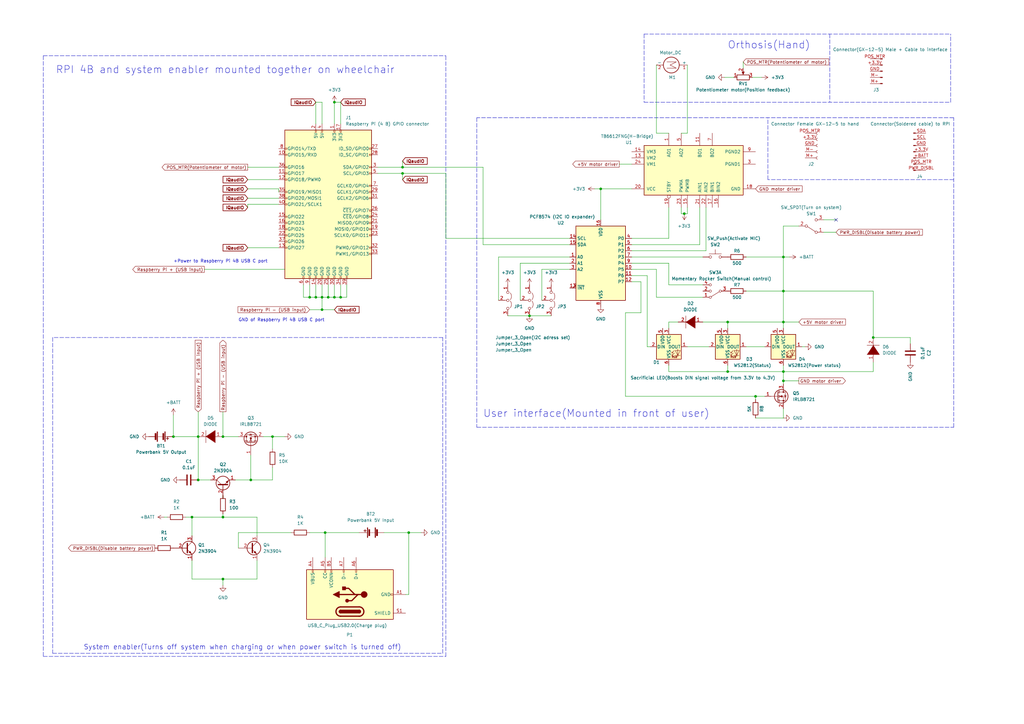
<source format=kicad_sch>
(kicad_sch (version 20211123) (generator eeschema)
  (paper "A3")
  (lib_symbols
    (symbol "Connector:Conn_01x05_Female" (pin_names (offset 1.016) hide)
      (property "Reference" "J?" (at 1.27 1.2701 0))
      (property "Value" "Conn_01x05_Female" (at 1.27 -1.2699 0))
      (symbol "Conn_01x05_Female_1_1"
        (pin passive line (at -5.08 2.54 0) (length 3.81) (name "Pin_2") (number "+3.3V"))
        (pin passive line (at -5.08 0 0) (length 3.81) (name "Pin_3") (number "GND"))
        (pin passive line (at -5.08 -5.08 0) (length 3.81) (name "Pin_5") (number "M+"))
        (pin passive line (at -5.08 -2.54 0) (length 3.81) (name "Pin_4") (number "M-"))
        (pin passive line (at -5.08 5.08 0) (length 3.81) (name "Pin_1") (number "POS_MTR"))
      )
    )
    (symbol "Connector:Conn_01x05_Male" (pin_names (offset 1.016) hide)
      (property "Reference" "J?" (at -5.08 11.43 0))
      (property "Value" "Connector Male GX-12-5" (at -13.97 8.89 0))
      (symbol "Conn_01x05_Male_1_1"
        (pin passive line (at 5.08 -2.54 180) (length 3.81) (name "Pin_4") (number "+3.3V"))
        (pin passive line (at 5.08 0 180) (length 3.81) (name "Pin_3") (number "GND"))
        (pin passive line (at 5.08 5.08 180) (length 3.81) (name "Pin_1") (number "M+"))
        (pin passive line (at 5.08 2.54 180) (length 3.81) (name "Pin_2") (number "M-"))
        (pin passive line (at 5.08 -5.08 180) (length 3.81) (name "5") (number "POS_MTR"))
      )
    )
    (symbol "Connector:Conn_01x07_Male" (pin_names (offset 1.016) hide)
      (property "Reference" "J4" (at 2.54 -10.16 0))
      (property "Value" "Connector(Soldered cable) to RPI" (at 0.635 10.16 0))
      (symbol "Conn_01x07_Male_1_1"
        (pin passive line (at 5.08 0 180) (length 3.81) (name "Pin_4") (number "+3.3V"))
        (pin passive line (at 5.08 -2.54 180) (length 3.81) (name "Pin_5") (number "+BATT"))
        (pin passive line (at 5.08 2.54 180) (length 3.81) (name "Pin_3") (number "GND"))
        (pin passive line (at 5.08 -5.08 180) (length 3.81) (name "Pin_6") (number "POS_MTR"))
        (pin passive line (at 5.08 -7.62 180) (length 3.81) (name "Pin_7") (number "PWR_DISBL"))
        (pin passive line (at 5.08 5.08 180) (length 3.81) (name "Pin_2") (number "SCL"))
        (pin passive line (at 5.08 7.62 180) (length 3.81) (name "Pin_1") (number "SDA"))
      )
    )
    (symbol "Connector:Raspberry_Pi_2_3" (pin_names (offset 1.016))
      (property "Reference" "J" (at -17.78 31.75 0))
      (property "Value" "Raspberry_Pi_2_3" (at 10.16 -31.75 0))
      (symbol "Raspberry_Pi_2_3_1_1"
        (pin power_in line (at 2.54 33.02 270) (length 2.54) (name "3V3") (number "1"))
        (pin bidirectional line (at -20.32 20.32 0) (length 2.54) (name "GPIO15/RXD") (number "10"))
        (pin bidirectional line (at -20.32 12.7 0) (length 2.54) (name "GPIO17") (number "11"))
        (pin bidirectional line (at -20.32 10.16 0) (length 2.54) (name "GPIO18/PWM0") (number "12"))
        (pin bidirectional line (at -20.32 -17.78 0) (length 2.54) (name "GPIO27") (number "13"))
        (pin power_in line (at -5.08 -33.02 90) (length 2.54) (name "GND") (number "14"))
        (pin bidirectional line (at -20.32 -5.08 0) (length 2.54) (name "GPIO22") (number "15"))
        (pin bidirectional line (at -20.32 -7.62 0) (length 2.54) (name "GPIO23") (number "16"))
        (pin power_in line (at 5.08 33.02 270) (length 2.54) (name "3V3") (number "17"))
        (pin bidirectional line (at -20.32 -10.16 0) (length 2.54) (name "GPIO24") (number "18"))
        (pin bidirectional line (at 20.32 -10.16 180) (length 2.54) (name "MOSI0/GPIO10") (number "19"))
        (pin power_in line (at -5.08 33.02 270) (length 2.54) (name "5V") (number "2"))
        (pin power_in line (at -2.54 -33.02 90) (length 2.54) (name "GND") (number "20"))
        (pin bidirectional line (at 20.32 -7.62 180) (length 2.54) (name "MISO0/GPIO9") (number "21"))
        (pin bidirectional line (at -20.32 -12.7 0) (length 2.54) (name "GPIO25") (number "22"))
        (pin bidirectional line (at 20.32 -12.7 180) (length 2.54) (name "SCLK0/GPIO11") (number "23"))
        (pin bidirectional line (at 20.32 -5.08 180) (length 2.54) (name "~{CE0}/GPIO8") (number "24"))
        (pin power_in line (at 0 -33.02 90) (length 2.54) (name "GND") (number "25"))
        (pin bidirectional line (at 20.32 -2.54 180) (length 2.54) (name "~{CE1}/GPIO7") (number "26"))
        (pin bidirectional line (at 20.32 22.86 180) (length 2.54) (name "ID_SD/GPIO0") (number "27"))
        (pin bidirectional line (at 20.32 20.32 180) (length 2.54) (name "ID_SC/GPIO1") (number "28"))
        (pin bidirectional line (at 20.32 5.08 180) (length 2.54) (name "GCLK1/GPIO5") (number "29"))
        (pin bidirectional line (at 20.32 15.24 180) (length 2.54) (name "SDA/GPIO2") (number "3"))
        (pin power_in line (at 2.54 -33.02 90) (length 2.54) (name "GND") (number "30"))
        (pin bidirectional line (at 20.32 2.54 180) (length 2.54) (name "GCLK2/GPIO6") (number "31"))
        (pin bidirectional line (at 20.32 -17.78 180) (length 2.54) (name "PWM0/GPIO12") (number "32"))
        (pin bidirectional line (at 20.32 -20.32 180) (length 2.54) (name "PWM1/GPIO13") (number "33"))
        (pin power_in line (at 5.08 -33.02 90) (length 2.54) (name "GND") (number "34"))
        (pin bidirectional line (at -20.32 5.08 0) (length 2.54) (name "GPIO19/MISO1") (number "35"))
        (pin bidirectional line (at -20.32 15.24 0) (length 2.54) (name "GPIO16") (number "36"))
        (pin bidirectional line (at -20.32 -15.24 0) (length 2.54) (name "GPIO26") (number "37"))
        (pin bidirectional line (at -20.32 2.54 0) (length 2.54) (name "GPIO20/MOSI1") (number "38"))
        (pin power_in line (at 7.62 -33.02 90) (length 2.54) (name "GND") (number "39"))
        (pin power_in line (at -2.54 33.02 270) (length 2.54) (name "5V") (number "4"))
        (pin bidirectional line (at -20.32 0 0) (length 2.54) (name "GPIO21/SCLK1") (number "40"))
        (pin bidirectional line (at 20.32 12.7 180) (length 2.54) (name "SCL/GPIO3") (number "5"))
        (pin power_in line (at -10.16 -33.02 90) (length 2.54) (name "GND") (number "6"))
        (pin bidirectional line (at 20.32 7.62 180) (length 2.54) (name "GCLK0/GPIO4") (number "7"))
        (pin bidirectional line (at -20.32 22.86 0) (length 2.54) (name "GPIO14/TXD") (number "8"))
        (pin power_in line (at -7.62 -33.02 90) (length 2.54) (name "GND") (number "9"))
      )
    )
    (symbol "Connector:USB_C_Plug_USB2.0" (pin_names (offset 1.016))
      (property "Reference" "P" (at -10.16 19.05 0))
      (property "Value" "USB_C_Plug_USB2.0" (at 12.7 19.05 0))
      (symbol "USB_C_Plug_USB2.0_1_1"
        (pin passive line (at 0 -22.86 90) (length 5.08) (name "GND") (number "A1"))
        (pin passive line (at 0 -22.86 90) (length 5.08) hide (name "GND") (number "A12"))
        (pin passive line (at 15.24 15.24 180) (length 5.08) (name "VBUS") (number "A4"))
        (pin bidirectional line (at 15.24 10.16 180) (length 5.08) (name "CC") (number "A5"))
        (pin bidirectional line (at 15.24 -2.54 180) (length 5.08) (name "D+") (number "A6"))
        (pin bidirectional line (at 15.24 2.54 180) (length 5.08) (name "D-") (number "A7"))
        (pin passive line (at 15.24 15.24 180) (length 5.08) hide (name "VBUS") (number "A9"))
        (pin passive line (at 0 -22.86 90) (length 5.08) hide (name "GND") (number "B1"))
        (pin passive line (at 0 -22.86 90) (length 5.08) hide (name "GND") (number "B12"))
        (pin passive line (at 15.24 15.24 180) (length 5.08) hide (name "VBUS") (number "B4"))
        (pin bidirectional line (at 15.24 7.62 180) (length 5.08) (name "VCONN") (number "B5"))
        (pin passive line (at 15.24 15.24 180) (length 5.08) hide (name "VBUS") (number "B9"))
        (pin passive line (at -7.62 -22.86 90) (length 5.08) (name "SHIELD") (number "S1"))
      )
    )
    (symbol "Device:Battery" (pin_numbers hide) (pin_names (offset 0) hide)
      (property "Reference" "BT" (at 2.54 2.54 0))
      (property "Value" "Battery" (at 2.54 0 0))
      (symbol "Battery_1_1"
        (pin passive line (at 0 5.08 270) (length 2.54) (name "+") (number "1"))
        (pin passive line (at 0 -5.08 90) (length 2.54) (name "-") (number "2"))
      )
    )
    (symbol "Device:C" (pin_numbers hide) (pin_names (offset 0.254))
      (property "Reference" "C" (at 0.635 2.54 0))
      (property "Value" "C" (at 0.635 -2.54 0))
      (symbol "C_1_1"
        (pin passive line (at 0 3.81 270) (length 2.794) (name "~") (number "1"))
        (pin passive line (at 0 -3.81 90) (length 2.794) (name "~") (number "2"))
      )
    )
    (symbol "Device:R" (pin_numbers hide) (pin_names (offset 0))
      (property "Reference" "R" (at 2.032 0 90))
      (property "Value" "R" (at 0 0 90))
      (symbol "R_1_1"
        (pin passive line (at 0 3.81 270) (length 1.27) (name "~") (number "1"))
        (pin passive line (at 0 -3.81 90) (length 1.27) (name "~") (number "2"))
      )
    )
    (symbol "Device:R_Potentiometer" (pin_names (offset 1.016) hide)
      (property "Reference" "RV" (at -4.445 0 90))
      (property "Value" "R_Potentiometer" (at -2.54 0 90))
      (symbol "R_Potentiometer_1_1"
        (pin passive line (at 0 3.81 270) (length 1.27) (name "1") (number "1"))
        (pin passive line (at 3.81 0 180) (length 1.27) (name "2") (number "2"))
        (pin passive line (at 0 -3.81 90) (length 1.27) (name "3") (number "3"))
      )
    )
    (symbol "Driver_Motor:TB6612FNG" (pin_names (offset 1.016))
      (property "Reference" "U" (at 11.43 17.78 0))
      (property "Value" "TB6612FNG" (at 11.43 15.24 0))
      (symbol "TB6612FNG_1_1"
        (pin output line (at 15.24 10.16 180) (length 5.08) (name "AO1") (number "1"))
        (pin passive line (at 7.62 -25.4 90) (length 5.08) hide (name "PGND2") (number "10"))
        (pin output line (at 15.24 -2.54 180) (length 5.08) (name "BO1") (number "11"))
        (pin passive line (at 15.24 -2.54 180) (length 5.08) hide (name "BO1") (number "12"))
        (pin power_in line (at 5.08 25.4 270) (length 5.08) (name "VM2") (number "13"))
        (pin power_in line (at 7.62 25.4 270) (length 5.08) (name "VM3") (number "14"))
        (pin input line (at -15.24 2.54 0) (length 5.08) (name "PWMB") (number "15"))
        (pin input line (at -15.24 -10.16 0) (length 5.08) (name "BIN2") (number "16"))
        (pin input line (at -15.24 -7.62 0) (length 5.08) (name "BIN1") (number "17"))
        (pin power_in line (at -7.62 -25.4 90) (length 5.08) (name "GND") (number "18"))
        (pin input inverted (at -15.24 10.16 0) (length 5.08) (name "STBY") (number "19"))
        (pin passive line (at 15.24 10.16 180) (length 5.08) hide (name "AO1") (number "2"))
        (pin power_in line (at -7.62 25.4 270) (length 5.08) (name "VCC") (number "20"))
        (pin input line (at -15.24 -2.54 0) (length 5.08) (name "AIN1") (number "21"))
        (pin input line (at -15.24 -5.08 0) (length 5.08) (name "AIN2") (number "22"))
        (pin input line (at -15.24 5.08 0) (length 5.08) (name "PWMA") (number "23"))
        (pin power_in line (at 2.54 25.4 270) (length 5.08) (name "VM1") (number "24"))
        (pin power_in line (at 2.54 -25.4 90) (length 5.08) (name "PGND1") (number "3"))
        (pin passive line (at 2.54 -25.4 90) (length 5.08) hide (name "PGND1") (number "4"))
        (pin output line (at 15.24 5.08 180) (length 5.08) (name "AO2") (number "5"))
        (pin passive line (at 15.24 5.08 180) (length 5.08) hide (name "AO2") (number "6"))
        (pin output line (at 15.24 -7.62 180) (length 5.08) (name "BO2") (number "7"))
        (pin passive line (at 15.24 -7.62 180) (length 5.08) hide (name "BO2") (number "8"))
        (pin power_in line (at 7.62 -25.4 90) (length 5.08) (name "PGND2") (number "9"))
      )
    )
    (symbol "Interface_Expansion:PCF8574"
      (property "Reference" "U" (at -8.89 16.51 0))
      (property "Value" "PCF8574" (at 2.54 16.51 0))
      (symbol "PCF8574_1_1"
        (pin input line (at -12.7 2.54 0) (length 2.54) (name "A0") (number "1"))
        (pin bidirectional line (at 12.7 -2.54 180) (length 2.54) (name "P5") (number "10"))
        (pin bidirectional line (at 12.7 -5.08 180) (length 2.54) (name "P6") (number "11"))
        (pin bidirectional line (at 12.7 -7.62 180) (length 2.54) (name "P7") (number "12"))
        (pin open_collector output_low (at -12.7 -10.16 0) (length 2.54) (name "~{INT}") (number "13"))
        (pin input line (at -12.7 10.16 0) (length 2.54) (name "SCL") (number "14"))
        (pin bidirectional line (at -12.7 7.62 0) (length 2.54) (name "SDA") (number "15"))
        (pin power_in line (at 0 17.78 270) (length 2.54) (name "VDD") (number "16"))
        (pin input line (at -12.7 0 0) (length 2.54) (name "A1") (number "2"))
        (pin input line (at -12.7 -2.54 0) (length 2.54) (name "A2") (number "3"))
        (pin bidirectional line (at 12.7 10.16 180) (length 2.54) (name "P0") (number "4"))
        (pin bidirectional line (at 12.7 7.62 180) (length 2.54) (name "P1") (number "5"))
        (pin bidirectional line (at 12.7 5.08 180) (length 2.54) (name "P2") (number "6"))
        (pin bidirectional line (at 12.7 2.54 180) (length 2.54) (name "P3") (number "7"))
        (pin power_in line (at 0 -17.78 90) (length 2.54) (name "VSS") (number "8"))
        (pin bidirectional line (at 12.7 0 180) (length 2.54) (name "P4") (number "9"))
      )
    )
    (symbol "Jumper:Jumper_3_Open" (pin_names (offset 0) hide)
      (property "Reference" "JP" (at -2.54 -2.54 0))
      (property "Value" "Jumper_3_Open" (at 0 2.794 0))
      (symbol "Jumper_3_Open_1_1"
        (pin passive line (at -6.35 0 0) (length 2.54) (name "A") (number "1"))
        (pin input line (at 0 -3.81 90) (length 2.54) (name "C") (number "2"))
        (pin passive line (at 6.35 0 180) (length 2.54) (name "B") (number "3"))
      )
    )
    (symbol "LED:WS2812" (pin_names (offset 0.254))
      (property "Reference" "D" (at 5.08 5.715 0))
      (property "Value" "WS2812" (at 1.27 -5.715 0))
      (symbol "WS2812_0_0"
        (text "RGB" (at 2.286 -4.191 0) (effects (font (size 0.762 0.762))))
      )
      (symbol "WS2812_1_1"
        (pin output line (at 7.62 0 180) (length 2.54) (name "DOUT") (number "1"))
        (pin input line (at -7.62 0 0) (length 2.54) (name "DIN") (number "2"))
        (pin power_in line (at 0 7.62 270) (length 2.54) (name "VCC") (number "3"))
        (pin no_connect line (at 5.08 2.54 180) (length 2.54) hide (name "NC") (number "4"))
        (pin power_in line (at -2.54 7.62 270) (length 2.54) (name "VDD") (number "5"))
        (pin power_in line (at 0 -7.62 90) (length 2.54) (name "VSS") (number "6"))
      )
    )
    (symbol "Motor:Motor_DC" (pin_names (offset 0))
      (property "Reference" "M" (at 2.54 2.54 0))
      (property "Value" "Motor_DC" (at 2.54 -5.08 0))
      (symbol "Motor_DC_1_1"
        (pin passive line (at 0 5.08 270) (length 2.54) (name "+") (number "1"))
        (pin passive line (at 0 -7.62 90) (length 2.54) (name "-") (number "2"))
      )
    )
    (symbol "Switch:SW_DP3T" (pin_names (offset 0) hide)
      (property "Reference" "SW" (at 0 5.08 0))
      (property "Value" "SW_DP3T" (at 0 -5.08 0))
      (symbol "SW_DP3T_1_1"
        (pin passive line (at 5.08 2.54 180) (length 2.54) (name "1") (number "1"))
        (pin passive line (at 5.08 0 180) (length 2.54) (name "2") (number "2"))
        (pin passive line (at -5.08 0 0) (length 2.54) (name "3") (number "3"))
        (pin passive line (at 5.08 -2.54 180) (length 2.54) (name "4") (number "4"))
      )
      (symbol "SW_DP3T_2_1"
        (pin passive line (at 5.08 2.54 180) (length 2.54) (name "5") (number "5"))
        (pin passive line (at 5.08 0 180) (length 2.54) (name "6") (number "6"))
        (pin passive line (at -5.08 0 0) (length 2.54) (name "7") (number "7"))
        (pin passive line (at 5.08 -2.54 180) (length 2.54) (name "8") (number "8"))
      )
    )
    (symbol "Switch:SW_Push" (pin_numbers hide) (pin_names (offset 1.016) hide)
      (property "Reference" "SW" (at 1.27 2.54 0))
      (property "Value" "SW_Push" (at 0 -1.524 0))
      (symbol "SW_Push_0_1"
        (pin passive line (at -5.08 0 0) (length 2.54) (name "1") (number "1"))
        (pin passive line (at 5.08 0 180) (length 2.54) (name "2") (number "2"))
      )
    )
    (symbol "Switch:SW_SPDT" (pin_names (offset 0) hide)
      (property "Reference" "SW" (at 0 4.318 0))
      (property "Value" "SW_SPDT" (at 0 -5.08 0))
      (symbol "SW_SPDT_1_1"
        (pin passive line (at 5.08 2.54 180) (length 2.54) (name "A") (number "1"))
        (pin passive line (at -5.08 0 0) (length 2.54) (name "B") (number "2"))
        (pin passive line (at 5.08 -2.54 180) (length 2.54) (name "C") (number "3"))
      )
    )
    (symbol "Transistor_BJT:2N2219" (pin_names (offset 0) hide)
      (property "Reference" "Q" (at 5.08 1.905 0))
      (property "Value" "2N2219" (at 5.08 0 0))
      (symbol "2N2219_1_1"
        (pin passive line (at 2.54 -5.08 90) (length 2.54) (name "E") (number "1"))
        (pin passive line (at -5.08 0 0) (length 5.715) (name "B") (number "2"))
        (pin passive line (at 2.54 5.08 270) (length 2.54) (name "C") (number "3"))
      )
    )
    (symbol "Transistor_FET:BSS123" (pin_names hide)
      (property "Reference" "Q" (at 5.08 1.905 0))
      (property "Value" "BSS123" (at 5.08 0 0))
      (symbol "BSS123_1_1"
        (pin input line (at -5.08 0 0) (length 2.54) (name "G") (number "1"))
        (pin passive line (at 2.54 -5.08 90) (length 2.54) (name "S") (number "2"))
        (pin passive line (at 2.54 5.08 270) (length 2.54) (name "D") (number "3"))
      )
    )
    (symbol "power:+3.3V" (power) (pin_names (offset 0))
      (property "Value" "+3.3V" (at 0 3.556 0))
      (symbol "+3.3V_1_1"
        (pin power_in line (at 0 0 90) (length 0) hide (name "+3V3") (number "1"))
      )
    )
    (symbol "power:+BATT" (power) (pin_names (offset 0))
      (property "Value" "+BATT" (at 0 3.556 0))
      (symbol "+BATT_1_1"
        (pin power_in line (at 0 0 90) (length 0) hide (name "+BATT") (number "1"))
      )
    )
    (symbol "power:GND" (power) (pin_names (offset 0))
      (property "Value" "GND" (at 0 -3.81 0))
      (symbol "GND_1_1"
        (pin power_in line (at 0 0 270) (length 0) hide (name "GND") (number "1"))
      )
    )
    (symbol "pspice:DIODE" (pin_names (offset 1.016) hide)
      (property "Reference" "D" (at 0 3.81 0))
      (property "Value" "DIODE" (at 0 -4.445 0))
      (symbol "DIODE_1_1"
        (pin input line (at -5.08 0 0) (length 3.81) (name "K") (number "1"))
        (pin input line (at 5.08 0 180) (length 3.81) (name "A") (number "2"))
      )
    )
  )
  (junction (at 309.88 162.56))
  (junction (at 321.31 132.08))
  (junction (at 165.1 71.12))
  (junction (at 167.64 218.44))
  (junction (at 133.35 218.44))
  (junction (at 139.7 121.92))
  (junction (at 321.31 119.38))
  (junction (at 137.16 41.91))
  (junction (at 217.17 129.54))
  (junction (at 358.14 138.43))
  (junction (at 102.87 196.85))
  (junction (at 91.44 237.49))
  (junction (at 137.16 121.92))
  (junction (at 91.44 212.09))
  (junction (at 127 121.92))
  (junction (at 321.31 156.21))
  (junction (at 78.74 212.09))
  (junction (at 91.44 179.07))
  (junction (at 81.28 179.07))
  (junction (at 111.76 179.07))
  (junction (at 132.08 127))
  (junction (at 298.45 132.08))
  (junction (at 81.28 196.85))
  (junction (at 321.31 152.4))
  (junction (at 298.45 152.4))
  (junction (at 71.12 179.07))
  (junction (at 321.31 105.41))
  (junction (at 132.08 121.92))
  (junction (at 165.1 68.58))
  (junction (at 134.62 121.92))
  (junction (at 246.38 77.47))
  (junction (at 129.54 121.92))
  (junction (at 280.67 87.63))
  (no_connect (at 342.9 90.17))
  (wire (pts (xy 259.08 107.95) (xy 274.32 107.95)))
  (wire (pts (xy 91.44 237.49) (xy 105.41 237.49)))
  (wire (pts (xy 167.64 243.84) (xy 166.37 243.84)))
  (wire (pts (xy 129.54 50.8) (xy 129.54 41.91)))
  (polyline (pts (xy 340.36 13.97) (xy 340.36 41.91)))
  (wire (pts (xy 327.66 92.71) (xy 321.31 92.71)))
  (wire (pts (xy 281.94 26.67) (xy 281.94 54.61)))
  (wire (pts (xy 78.74 237.49) (xy 91.44 237.49)))
  (wire (pts (xy 132.08 121.92) (xy 134.62 121.92)))
  (wire (pts (xy 81.28 179.07) (xy 81.28 196.85)))
  (wire (pts (xy 306.07 105.41) (xy 321.31 105.41)))
  (wire (pts (xy 243.84 77.47) (xy 246.38 77.47)))
  (wire (pts (xy 309.88 171.45) (xy 321.31 171.45)))
  (polyline (pts (xy 181.61 267.97) (xy 181.61 138.43)))
  (wire (pts (xy 132.08 127) (xy 127 127)))
  (wire (pts (xy 358.14 148.59) (xy 358.14 152.4)))
  (wire (pts (xy 274.32 97.79) (xy 259.08 97.79)))
  (wire (pts (xy 297.18 31.75) (xy 300.99 31.75)))
  (wire (pts (xy 281.94 54.61) (xy 279.4 54.61)))
  (wire (pts (xy 137.16 50.8) (xy 137.16 41.91)))
  (wire (pts (xy 288.29 132.08) (xy 298.45 132.08)))
  (polyline (pts (xy 181.61 138.43) (xy 21.59 138.43)))
  (wire (pts (xy 222.25 110.49) (xy 222.25 123.19)))
  (wire (pts (xy 154.94 71.12) (xy 165.1 71.12)))
  (wire (pts (xy 279.4 85.09) (xy 279.4 87.63)))
  (polyline (pts (xy 391.16 48.26) (xy 195.58 48.26)))
  (polyline (pts (xy 21.59 138.43) (xy 21.59 267.97)))
  (wire (pts (xy 265.43 142.24) (xy 266.7 142.24)))
  (wire (pts (xy 102.87 186.69) (xy 102.87 196.85)))
  (wire (pts (xy 132.08 121.92) (xy 132.08 127)))
  (wire (pts (xy 198.12 100.33) (xy 233.68 100.33)))
  (wire (pts (xy 246.38 90.17) (xy 246.38 77.47)))
  (wire (pts (xy 342.9 95.25) (xy 337.82 95.25)))
  (wire (pts (xy 81.28 168.91) (xy 81.28 179.07)))
  (polyline (pts (xy 21.59 267.97) (xy 181.61 267.97)))
  (wire (pts (xy 167.64 218.44) (xy 172.72 218.44)))
  (polyline (pts (xy 17.78 22.86) (xy 17.78 269.24)))
  (wire (pts (xy 154.94 68.58) (xy 165.1 68.58)))
  (wire (pts (xy 256.54 128.27) (xy 262.89 128.27)))
  (wire (pts (xy 254 67.31) (xy 259.08 67.31)))
  (polyline (pts (xy 314.96 73.66) (xy 314.96 48.26)))
  (wire (pts (xy 133.35 218.44) (xy 133.35 228.6)))
  (wire (pts (xy 358.14 152.4) (xy 321.31 152.4)))
  (wire (pts (xy 91.44 212.09) (xy 105.41 212.09)))
  (wire (pts (xy 208.28 129.54) (xy 217.17 129.54)))
  (wire (pts (xy 133.35 218.44) (xy 147.32 218.44)))
  (wire (pts (xy 279.4 87.63) (xy 280.67 87.63)))
  (wire (pts (xy 262.89 115.57) (xy 259.08 115.57)))
  (wire (pts (xy 91.44 203.2) (xy 91.44 204.47)))
  (wire (pts (xy 76.2 212.09) (xy 78.74 212.09)))
  (wire (pts (xy 274.32 152.4) (xy 298.45 152.4)))
  (wire (pts (xy 124.46 121.92) (xy 127 121.92)))
  (wire (pts (xy 96.52 196.85) (xy 102.87 196.85)))
  (wire (pts (xy 204.47 105.41) (xy 233.68 105.41)))
  (wire (pts (xy 101.6 81.28) (xy 114.3 81.28)))
  (polyline (pts (xy 389.89 41.91) (xy 389.89 13.97)))
  (polyline (pts (xy 195.58 175.26) (xy 391.16 175.26)))
  (wire (pts (xy 71.12 170.18) (xy 71.12 179.07)))
  (wire (pts (xy 129.54 41.91) (xy 132.08 41.91)))
  (wire (pts (xy 274.32 149.86) (xy 274.32 152.4)))
  (wire (pts (xy 304.8 25.4) (xy 304.8 27.94)))
  (wire (pts (xy 114.3 77.47) (xy 114.3 78.74)))
  (polyline (pts (xy 195.58 48.26) (xy 195.58 175.26)))
  (wire (pts (xy 330.2 142.24) (xy 328.93 142.24)))
  (wire (pts (xy 321.31 105.41) (xy 321.31 119.38)))
  (wire (pts (xy 114.3 83.82) (xy 101.6 83.82)))
  (wire (pts (xy 306.07 119.38) (xy 321.31 119.38)))
  (wire (pts (xy 259.08 105.41) (xy 288.29 105.41)))
  (wire (pts (xy 259.08 110.49) (xy 269.24 110.49)))
  (wire (pts (xy 298.45 149.86) (xy 298.45 152.4)))
  (wire (pts (xy 91.44 237.49) (xy 91.44 240.03)))
  (wire (pts (xy 321.31 132.08) (xy 327.66 132.08)))
  (wire (pts (xy 321.31 149.86) (xy 321.31 152.4)))
  (wire (pts (xy 102.87 196.85) (xy 111.76 196.85)))
  (wire (pts (xy 107.95 179.07) (xy 111.76 179.07)))
  (wire (pts (xy 139.7 116.84) (xy 139.7 121.92)))
  (wire (pts (xy 281.94 85.09) (xy 281.94 87.63)))
  (wire (pts (xy 246.38 77.47) (xy 259.08 77.47)))
  (wire (pts (xy 182.88 97.79) (xy 182.88 71.12)))
  (wire (pts (xy 213.36 107.95) (xy 213.36 123.19)))
  (wire (pts (xy 337.82 90.17) (xy 342.9 90.17)))
  (wire (pts (xy 358.14 119.38) (xy 321.31 119.38)))
  (wire (pts (xy 269.24 121.92) (xy 269.24 110.49)))
  (wire (pts (xy 323.85 105.41) (xy 321.31 105.41)))
  (wire (pts (xy 157.48 218.44) (xy 167.64 218.44)))
  (wire (pts (xy 182.88 71.12) (xy 165.1 71.12)))
  (polyline (pts (xy 264.16 13.97) (xy 389.89 13.97)))
  (wire (pts (xy 142.24 116.84) (xy 142.24 121.92)))
  (wire (pts (xy 358.14 138.43) (xy 373.38 138.43)))
  (wire (pts (xy 105.41 229.87) (xy 105.41 237.49)))
  (wire (pts (xy 358.14 119.38) (xy 358.14 138.43)))
  (wire (pts (xy 137.16 116.84) (xy 137.16 121.92)))
  (wire (pts (xy 233.68 107.95) (xy 213.36 107.95)))
  (wire (pts (xy 81.28 196.85) (xy 86.36 196.85)))
  (wire (pts (xy 111.76 191.77) (xy 111.76 196.85)))
  (wire (pts (xy 274.32 134.62) (xy 274.32 132.08)))
  (wire (pts (xy 287.02 100.33) (xy 259.08 100.33)))
  (wire (pts (xy 274.32 116.84) (xy 288.29 116.84)))
  (wire (pts (xy 298.45 152.4) (xy 321.31 152.4)))
  (wire (pts (xy 165.1 71.12) (xy 165.1 73.66)))
  (wire (pts (xy 373.38 138.43) (xy 373.38 140.97)))
  (wire (pts (xy 105.41 219.71) (xy 105.41 212.09)))
  (wire (pts (xy 204.47 123.19) (xy 204.47 105.41)))
  (wire (pts (xy 165.1 68.58) (xy 198.12 68.58)))
  (wire (pts (xy 287.02 85.09) (xy 287.02 100.33)))
  (wire (pts (xy 91.44 210.82) (xy 91.44 212.09)))
  (wire (pts (xy 83.82 110.49) (xy 116.84 110.49)))
  (wire (pts (xy 101.6 73.66) (xy 114.3 73.66)))
  (polyline (pts (xy 182.88 269.24) (xy 182.88 22.86)))
  (wire (pts (xy 289.56 85.09) (xy 289.56 102.87)))
  (wire (pts (xy 91.44 168.91) (xy 91.44 179.07)))
  (wire (pts (xy 233.68 97.79) (xy 182.88 97.79)))
  (wire (pts (xy 259.08 113.03) (xy 265.43 113.03)))
  (wire (pts (xy 78.74 229.87) (xy 78.74 237.49)))
  (wire (pts (xy 111.76 184.15) (xy 111.76 179.07)))
  (wire (pts (xy 306.07 142.24) (xy 313.69 142.24)))
  (wire (pts (xy 262.89 128.27) (xy 262.89 115.57)))
  (wire (pts (xy 129.54 121.92) (xy 132.08 121.92)))
  (wire (pts (xy 132.08 116.84) (xy 132.08 121.92)))
  (polyline (pts (xy 17.78 22.86) (xy 182.88 22.86)))
  (wire (pts (xy 101.6 83.82) (xy 101.6 85.09)))
  (wire (pts (xy 298.45 132.08) (xy 321.31 132.08)))
  (wire (pts (xy 321.31 171.45) (xy 321.31 167.64)))
  (wire (pts (xy 321.31 156.21) (xy 327.66 156.21)))
  (wire (pts (xy 198.12 68.58) (xy 198.12 100.33)))
  (wire (pts (xy 269.24 54.61) (xy 274.32 54.61)))
  (wire (pts (xy 134.62 121.92) (xy 137.16 121.92)))
  (wire (pts (xy 309.88 162.56) (xy 313.69 162.56)))
  (wire (pts (xy 167.64 218.44) (xy 167.64 243.84)))
  (wire (pts (xy 101.6 101.6) (xy 114.3 101.6)))
  (wire (pts (xy 78.74 212.09) (xy 78.74 219.71)))
  (wire (pts (xy 129.54 116.84) (xy 129.54 121.92)))
  (wire (pts (xy 321.31 132.08) (xy 321.31 134.62)))
  (wire (pts (xy 71.12 179.07) (xy 81.28 179.07)))
  (wire (pts (xy 222.25 110.49) (xy 233.68 110.49)))
  (wire (pts (xy 67.31 212.09) (xy 68.58 212.09)))
  (wire (pts (xy 281.94 87.63) (xy 280.67 87.63)))
  (wire (pts (xy 309.88 162.56) (xy 256.54 162.56)))
  (wire (pts (xy 321.31 119.38) (xy 321.31 132.08)))
  (wire (pts (xy 139.7 41.91) (xy 139.7 50.8)))
  (wire (pts (xy 298.45 132.08) (xy 298.45 134.62)))
  (polyline (pts (xy 264.16 13.97) (xy 264.16 41.91)))
  (wire (pts (xy 101.6 68.58) (xy 114.3 68.58)))
  (wire (pts (xy 137.16 121.92) (xy 139.7 121.92)))
  (polyline (pts (xy 264.16 41.91) (xy 389.89 41.91)))
  (wire (pts (xy 97.79 224.79) (xy 97.79 218.44)))
  (wire (pts (xy 274.32 107.95) (xy 274.32 116.84)))
  (wire (pts (xy 91.44 212.09) (xy 78.74 212.09)))
  (wire (pts (xy 217.17 129.54) (xy 226.06 129.54)))
  (wire (pts (xy 124.46 116.84) (xy 124.46 121.92)))
  (wire (pts (xy 127 218.44) (xy 133.35 218.44)))
  (wire (pts (xy 321.31 156.21) (xy 321.31 157.48)))
  (wire (pts (xy 91.44 179.07) (xy 97.79 179.07)))
  (wire (pts (xy 269.24 26.67) (xy 269.24 54.61)))
  (polyline (pts (xy 17.78 269.24) (xy 182.88 269.24)))
  (wire (pts (xy 274.32 85.09) (xy 274.32 97.79)))
  (wire (pts (xy 97.79 218.44) (xy 119.38 218.44)))
  (wire (pts (xy 134.62 116.84) (xy 134.62 121.92)))
  (wire (pts (xy 139.7 121.92) (xy 142.24 121.92)))
  (wire (pts (xy 288.29 121.92) (xy 269.24 121.92)))
  (wire (pts (xy 321.31 92.71) (xy 321.31 105.41)))
  (wire (pts (xy 289.56 102.87) (xy 259.08 102.87)))
  (wire (pts (xy 132.08 127) (xy 137.16 127)))
  (wire (pts (xy 165.1 68.58) (xy 165.1 66.04)))
  (wire (pts (xy 308.61 31.75) (xy 312.42 31.75)))
  (wire (pts (xy 101.6 77.47) (xy 114.3 77.47)))
  (wire (pts (xy 137.16 41.91) (xy 139.7 41.91)))
  (wire (pts (xy 111.76 179.07) (xy 116.84 179.07)))
  (wire (pts (xy 132.08 50.8) (xy 132.08 41.91)))
  (wire (pts (xy 127 116.84) (xy 127 121.92)))
  (wire (pts (xy 256.54 162.56) (xy 256.54 128.27)))
  (polyline (pts (xy 391.16 73.66) (xy 314.96 73.66)))
  (wire (pts (xy 321.31 152.4) (xy 321.31 156.21)))
  (polyline (pts (xy 391.16 175.26) (xy 391.16 48.26)))
  (wire (pts (xy 265.43 113.03) (xy 265.43 142.24)))
  (wire (pts (xy 274.32 132.08) (xy 278.13 132.08)))
  (wire (pts (xy 309.88 163.83) (xy 309.88 162.56)))
  (wire (pts (xy 281.94 142.24) (xy 290.83 142.24)))
  (wire (pts (xy 127 121.92) (xy 129.54 121.92)))
  (text "System enabler(Turns off system when charging or when power switch is turned off)" (at 34.29 266.7 0) (effects (font (size 2 2)) (justify left bottom)))
  (text "User interface(Mounted in front of user)" (at 198.12 171.45 0) (effects (font (size 3 3)) (justify left bottom)))
  (text "GND of Raspberry Pi 4B USB C port" (at 97.79 132.08 0) (effects (font (size 1.27 1.27)) (justify left bottom)))
  (text "Orthosis(Hand)" (at 298.45 20.32 0) (effects (font (size 3 3)) (justify left bottom)))
  (text "+Power to Raspberry Pi 4B USB C port" (at 71.12 107.95 0) (effects (font (size 1.27 1.27)) (justify left bottom)))
  (text "RPI 4B and system enabler mounted together on wheelchair\n" (at 22.86 30.48 0) (effects (font (size 3 3)) (justify left bottom)))
  (global_label "IQaudIO" (shape input) (at 101.6 101.6 180) (effects (font bold)) (property "Intersheet References" "${INTERSHEET_REFS}" (effects hide)))
  (global_label "IQaudIO" (shape input) (at 165.1 66.04 0) (effects (font bold)) (property "Intersheet References" "${INTERSHEET_REFS}" (effects hide)))
  (global_label "Raspberry Pi - (USB input)" (shape output) (at 91.44 168.91 90) (property "Intersheet References" "${INTERSHEET_REFS}" (effects hide)))
  (global_label "IQaudIO" (shape input) (at 101.6 77.47 180) (effects (font bold)) (property "Intersheet References" "${INTERSHEET_REFS}" (effects hide)))
  (global_label "IQaudIO" (shape input) (at 101.6 73.66 180) (effects (font bold)) (property "Intersheet References" "${INTERSHEET_REFS}" (effects hide)))
  (global_label "PWR_DISBL(Disable battery power)" (shape output) (at 63.5 224.79 180) (property "Intersheet References" "${INTERSHEET_REFS}" (effects hide)))
  (global_label "Raspberry Pi + (USB input)" (shape output) (at 83.82 110.49 180) (property "Intersheet References" "${INTERSHEET_REFS}" (effects hide)))
  (global_label "POS_MTR(Potentiometer of motor)" (shape output) (at 101.6 68.58 180) (property "Intersheet References" "${INTERSHEET_REFS}" (effects hide)))
  (global_label "Raspberry Pi - (USB input)" (shape input) (at 127 127 180) (property "Intersheet References" "${INTERSHEET_REFS}" (effects hide)))
  (global_label "GND motor driver" (shape output) (at 327.66 156.21 0) (property "Intersheet References" "${INTERSHEET_REFS}" (effects hide)))
  (global_label "IQaudIO" (shape input) (at 139.7 41.91 0) (effects (font (thickness 0.254) bold)) (property "Intersheet References" "${INTERSHEET_REFS}" (effects hide)))
  (global_label "PWR_DISBL(Disable battery power)" (shape input) (at 342.9 95.25 0) (property "Intersheet References" "${INTERSHEET_REFS}" (effects hide)))
  (global_label "+5V motor driver" (shape output) (at 254 67.31 180) (property "Intersheet References" "${INTERSHEET_REFS}" (effects hide)))
  (global_label "POS_MTR(Potentiometer of motor)" (shape input) (at 304.8 25.4 0) (property "Intersheet References" "${INTERSHEET_REFS}" (effects hide)))
  (global_label "IQaudIO" (shape input) (at 165.1 73.66 0) (effects (font bold)) (property "Intersheet References" "${INTERSHEET_REFS}" (effects hide)))
  (global_label "IQaudIO" (shape input) (at 101.6 81.28 180) (effects (font bold)) (property "Intersheet References" "${INTERSHEET_REFS}" (effects hide)))
  (global_label "Raspberry Pi + (USB input)" (shape input) (at 81.28 168.91 90) (property "Intersheet References" "${INTERSHEET_REFS}" (effects hide)))
  (global_label "IQaudIO" (shape input) (at 101.6 85.09 180) (effects (font bold)) (property "Intersheet References" "${INTERSHEET_REFS}" (effects hide)))
  (global_label "IQaudIO" (shape input) (at 129.54 41.91 180) (effects (font (thickness 0.254) bold)) (property "Intersheet References" "${INTERSHEET_REFS}" (effects hide)))
  (global_label "GND motor driver" (shape input) (at 309.88 77.47 0) (property "Intersheet References" "${INTERSHEET_REFS}" (effects hide)))
  (global_label "+5V motor driver" (shape input) (at 327.66 132.08 0) (property "Intersheet References" "${INTERSHEET_REFS}" (effects hide)))
  (global_label "IQaudIO" (shape input) (at 137.16 127 0) (effects (font bold)) (property "Intersheet References" "${INTERSHEET_REFS}" (effects hide)))
  (symbol (lib_id "Switch:SW_Push") (at 293.37 105.41 0) (unit 1)
    (property "Reference" "SW2" (at 293.37 100.33 0))
    (property "Value" "SW_Push(Activate MIC)" (at 300.99 97.79 0))
  )
  (symbol (lib_id "power:+3.3V") (at 243.84 77.47 90) (unit 1)
    (property "Reference" "#PWR06" (effects hide))
    (property "Value" "+3.3V" (at 240.03 77.4699 90) (effects (justify left)))
  )
  (symbol (lib_id "Device:R") (at 111.76 187.96 180) (unit 1)
    (property "Reference" "R5" (at 114.3 186.6899 0) (effects (justify right)))
    (property "Value" "10K" (at 114.3 189.2299 0) (effects (justify right)))
  )
  (symbol (lib_id "power:GND") (at 373.38 148.59 0) (unit 1)
    (property "Reference" "#PWR020" (effects hide))
    (property "Value" "GND" (at 373.3801 152.4 90) (effects (justify right)))
  )
  (symbol (lib_id "Connector:Conn_01x05_Female") (at 335.28 59.69 0) (unit 1)
    (property "Reference" "J2" (at 331.47 67.31 0) (effects (justify left)))
    (property "Value" "Connector Female GX-12-5 to hand" (at 316.23 50.8 0) (effects (justify left)))
  )
  (symbol (lib_id "power:GND") (at 91.44 240.03 0) (unit 1)
    (property "Reference" "#PWR08" (effects hide))
    (property "Value" "GND" (at 91.44 245.11 0))
  )
  (symbol (lib_id "power:GND") (at 60.96 179.07 270) (unit 1)
    (property "Reference" "#PWR01" (effects hide))
    (property "Value" "GND" (at 57.15 179.0699 90) (effects (justify right)))
  )
  (symbol (lib_id "power:GND") (at 73.66 196.85 270) (unit 1)
    (property "Reference" "#PWR05" (effects hide))
    (property "Value" "GND" (at 69.85 196.8499 90) (effects (justify right)))
  )
  (symbol (lib_id "power:GND") (at 321.31 171.45 90) (unit 1)
    (property "Reference" "#PWR013" (effects hide))
    (property "Value" "GND" (at 325.12 171.4499 90) (effects (justify right)))
  )
  (symbol (lib_id "Transistor_BJT:2N2219") (at 91.44 199.39 90) (unit 1)
    (property "Reference" "Q2" (at 91.44 190.5 90))
    (property "Value" "2N3904" (at 91.44 193.04 90))
    (property "Footprint" "Package_TO_SOT_THT:TO-39-3" (effects hide))
    (property "Datasheet" "http://www.onsemi.com/pub_link/Collateral/2N2219-D.PDF" (effects hide))
  )
  (symbol (lib_id "LED:WS2812") (at 274.32 142.24 0) (unit 1)
    (property "Reference" "D1" (at 269.24 148.59 0))
    (property "Value" "Sacrificial LED(Boosts DIN signal voltage from 3.3V to 4.3V)" (at 288.29 154.94 0))
    (property "Footprint" "LED_SMD:LED_WS2812_PLCC6_5.0x5.0mm_P1.6mm" (effects hide))
    (property "Datasheet" "https://cdn-shop.adafruit.com/datasheets/WS2812.pdf" (effects hide))
  )
  (symbol (lib_id "power:GND") (at 297.18 31.75 270) (unit 1)
    (property "Reference" "#PWR02" (effects hide))
    (property "Value" "GND" (at 293.37 31.7499 90) (effects (justify right)))
  )
  (symbol (lib_id "Device:R") (at 67.31 224.79 270) (unit 1)
    (property "Reference" "R1" (at 67.31 218.44 90))
    (property "Value" "1K" (at 67.31 220.98 90))
  )
  (symbol (lib_id "Switch:SW_DP3T") (at 293.37 119.38 180) (unit 1)
    (property "Reference" "SW3" (at 293.37 111.76 0))
    (property "Value" "Momentary Rocker Switch(Manual control)" (at 295.91 114.3 0))
  )
  (symbol (lib_id "power:+BATT") (at 71.12 170.18 0) (unit 1)
    (property "Reference" "#PWR018" (effects hide))
    (property "Value" "+BATT" (at 71.12 165.1 0))
  )
  (symbol (lib_id "power:GND") (at 330.2 142.24 90) (unit 1)
    (property "Reference" "#PWR022" (effects hide))
    (property "Value" "GND" (at 334.01 142.2399 90) (effects (justify right)))
  )
  (symbol (lib_id "Interface_Expansion:PCF8574") (at 246.38 107.95 0) (unit 1)
    (property "Reference" "U2" (at 228.6 91.44 0) (effects (justify left)))
    (property "Value" "PCF8574 (I2C IO expander)" (at 217.17 88.9 0) (effects (justify left)))
    (property "Footprint" "Package_DIP:DIP-16_W7.62mm" (effects hide))
    (property "Datasheet" "http://www.nxp.com/documents/data_sheet/PCF8574_PCF8574A.pdf" (effects hide))
  )
  (symbol (lib_id "Transistor_BJT:2N2219") (at 102.87 224.79 0) (unit 1)
    (property "Reference" "Q4" (at 107.95 223.5199 0) (effects (justify left)))
    (property "Value" "2N3904" (at 107.95 226.0599 0) (effects (justify left)))
    (property "Footprint" "Package_TO_SOT_THT:TO-39-3" (effects hide))
    (property "Datasheet" "http://www.onsemi.com/pub_link/Collateral/2N2219-D.PDF" (effects hide))
  )
  (symbol (lib_id "power:+3.3V") (at 226.06 116.84 0) (unit 1)
    (property "Reference" "#PWR017" (effects hide))
    (property "Value" "+3.3V" (at 226.06 111.76 0))
  )
  (symbol (lib_id "pspice:DIODE") (at 358.14 143.51 90) (unit 1)
    (property "Reference" "D6" (at 361.95 142.2399 90) (effects (justify right)))
    (property "Value" "DIODE" (at 361.95 144.7799 90) (effects (justify right)))
  )
  (symbol (lib_id "Device:R") (at 302.26 119.38 90) (unit 1)
    (property "Reference" "R7" (at 302.26 116.84 90))
    (property "Value" "500" (at 302.26 121.92 90))
  )
  (symbol (lib_id "Transistor_BJT:2N2219") (at 76.2 224.79 0) (unit 1)
    (property "Reference" "Q1" (at 81.28 223.5199 0) (effects (justify left)))
    (property "Value" "2N3904" (at 81.28 226.0599 0) (effects (justify left)))
    (property "Footprint" "Package_TO_SOT_THT:TO-39-3" (effects hide))
    (property "Datasheet" "http://www.onsemi.com/pub_link/Collateral/2N2219-D.PDF" (effects hide))
  )
  (symbol (lib_id "power:+BATT") (at 67.31 212.09 90) (unit 1)
    (property "Reference" "#PWR03" (effects hide))
    (property "Value" "+BATT" (at 63.5 212.0899 90) (effects (justify left)))
  )
  (symbol (lib_id "Transistor_FET:BSS123") (at 318.77 162.56 0) (unit 1)
    (property "Reference" "Q5" (at 325.12 161.2899 0) (effects (justify left)))
    (property "Value" "IRLB8721" (at 325.12 163.8299 0) (effects (justify left)))
    (property "Footprint" "Package_TO_SOT_SMD:SOT-23" (effects hide))
    (property "Datasheet" "http://www.diodes.com/assets/Datasheets/ds30366.pdf" (effects hide))
  )
  (symbol (lib_id "Device:R") (at 72.39 212.09 270) (unit 1)
    (property "Reference" "R2" (at 72.39 205.74 90))
    (property "Value" "1K" (at 72.39 208.28 90))
  )
  (symbol (lib_id "power:+3.3V") (at 217.17 116.84 0) (unit 1)
    (property "Reference" "#PWR015" (effects hide))
    (property "Value" "+3.3V" (at 217.17 111.76 0))
  )
  (symbol (lib_id "Transistor_FET:BSS123") (at 102.87 181.61 90) (unit 1)
    (property "Reference" "Q3" (at 102.87 171.45 90))
    (property "Value" "IRLB8721" (at 102.87 173.99 90))
    (property "Footprint" "Package_TO_SOT_SMD:SOT-23" (effects hide))
    (property "Datasheet" "http://www.diodes.com/assets/Datasheets/ds30366.pdf" (effects hide))
  )
  (symbol (lib_id "pspice:DIODE") (at 86.36 179.07 180) (unit 1)
    (property "Reference" "D5" (at 86.36 171.45 0))
    (property "Value" "DIODE" (at 86.36 173.99 0))
  )
  (symbol (lib_id "Device:Battery") (at 66.04 179.07 270) (unit 1)
    (property "Reference" "BT1" (at 66.04 182.88 90))
    (property "Value" "Powerbank 5V Output" (at 66.04 185.42 90))
  )
  (symbol (lib_id "Device:R") (at 91.44 207.01 180) (unit 1)
    (property "Reference" "R3" (at 93.98 205.7399 0) (effects (justify right)))
    (property "Value" "100" (at 93.98 208.2799 0) (effects (justify right)))
  )
  (symbol (lib_id "Connector:Conn_01x07_Male") (at 374.65 62.23 0) (unit 1)
    (property "Reference" "J4" (at 377.19 72.39 0))
    (property "Value" "Connector(Soldered cable) to RPI" (at 373.38 50.8 0))
  )
  (symbol (lib_id "Device:R") (at 309.88 167.64 0) (unit 1)
    (property "Reference" "R8" (at 312.42 167.64 90))
    (property "Value" "5K" (at 307.34 167.64 90))
  )
  (symbol (lib_id "power:+3.3V") (at 208.28 116.84 0) (unit 1)
    (property "Reference" "#PWR014" (effects hide))
    (property "Value" "+3.3V" (at 208.28 111.76 0))
  )
  (symbol (lib_id "Switch:SW_SPDT") (at 332.74 92.71 0) (mirror x) (unit 1)
    (property "Reference" "SW1" (at 332.74 87.63 0))
    (property "Value" "SW_SPDT(Turn on system)" (at 332.74 85.09 0))
  )
  (symbol (lib_id "Jumper:Jumper_3_Open") (at 217.17 123.19 270) (unit 1)
    (property "Reference" "JP2" (at 219.71 125.73 90) (effects (justify left)))
    (property "Value" "Jumper_3_Open" (at 203.2 140.97 90) (effects (justify left)))
  )
  (symbol (lib_id "Device:C") (at 77.47 196.85 270) (unit 1)
    (property "Reference" "C1" (at 77.47 189.23 90))
    (property "Value" "0.1uF" (at 77.47 191.77 90))
  )
  (symbol (lib_id "Jumper:Jumper_3_Open") (at 208.28 123.19 270) (unit 1)
    (property "Reference" "JP1" (at 210.82 125.73 90) (effects (justify left)))
    (property "Value" "Jumper_3_Open" (at 203.2 143.51 90) (effects (justify left)))
  )
  (symbol (lib_id "Device:Battery") (at 152.4 218.44 90) (unit 1)
    (property "Reference" "BT2" (at 152.019 210.82 90))
    (property "Value" "Powerbank 5V Input" (at 152.019 213.36 90))
  )
  (symbol (lib_id "power:GND") (at 246.38 125.73 0) (unit 1)
    (property "Reference" "#PWR012" (effects hide))
    (property "Value" "GND" (at 246.38 130.81 0))
  )
  (symbol (lib_id "Connector:Conn_01x05_Male") (at 361.95 29.21 180) (unit 1)
    (property "Reference" "J3" (at 358.14 36.83 0) (effects (justify right)))
    (property "Value" "Connector(GX-12-5) Male + Cable to interface" (at 341.63 20.32 0) (effects (justify right)))
  )
  (symbol (lib_id "Driver_Motor:TB6612FNG") (at 284.48 69.85 90) (unit 1)
    (property "Reference" "U1" (at 256.54 58.42 90) (effects (justify right)))
    (property "Value" "TB6612FNG(H-Bridge)" (at 246.38 55.88 90) (effects (justify right)))
    (property "Footprint" "Package_SO:SSOP-24_5.3x8.2mm_P0.65mm" (effects hide))
    (property "Datasheet" "https://toshiba.semicon-storage.com/us/product/linear/motordriver/detail.TB6612FNG.html" (effects hide))
  )
  (symbol (lib_id "LED:WS2812") (at 298.45 142.24 0) (unit 1)
    (property "Reference" "D3" (at 307.34 147.32 0))
    (property "Value" "WS2812(Status)" (at 308.61 149.86 0))
    (property "Footprint" "LED_SMD:LED_WS2812_PLCC6_5.0x5.0mm_P1.6mm" (effects hide))
    (property "Datasheet" "https://cdn-shop.adafruit.com/datasheets/WS2812.pdf" (effects hide))
  )
  (symbol (lib_id "pspice:DIODE") (at 283.21 132.08 0) (mirror y) (unit 1)
    (property "Reference" "D2" (at 283.21 124.46 0))
    (property "Value" "DIODE" (at 283.21 127 0))
  )
  (symbol (lib_id "power:GND") (at 116.84 179.07 90) (unit 1)
    (property "Reference" "#PWR09" (effects hide))
    (property "Value" "GND" (at 120.65 179.0699 90) (effects (justify right)))
  )
  (symbol (lib_id "power:GND") (at 217.17 129.54 0) (unit 1)
    (property "Reference" "#PWR016" (effects hide))
    (property "Value" "GND" (at 217.17 134.62 0))
  )
  (symbol (lib_id "Jumper:Jumper_3_Open") (at 226.06 123.19 270) (unit 1)
    (property "Reference" "JP3" (at 228.6 125.73 90) (effects (justify left)))
    (property "Value" "Jumper_3_Open(I2C adress set)" (at 203.2 138.43 90) (effects (justify left)))
  )
  (symbol (lib_id "Device:R_Potentiometer") (at 304.8 31.75 90) (unit 1)
    (property "Reference" "RV1" (at 304.8 34.29 90))
    (property "Value" "Potentiometer motor(Position feedback)" (at 304.8 36.83 90))
  )
  (symbol (lib_id "Connector:Raspberry_Pi_2_3") (at 134.62 83.82 0) (unit 1)
    (property "Reference" "J1" (at 141.7194 48.26 0) (effects (justify left)))
    (property "Value" "Raspberry Pi (4 B) GPIO connector" (at 141.7194 50.8 0) (effects (justify left)))
    (property "Datasheet" "https://www.raspberrypi.org/documentation/hardware/raspberrypi/schematics/rpi_SCH_3bplus_1p0_reduced.pdf" (effects hide))
  )
  (symbol (lib_id "Motor:Motor_DC") (at 276.86 26.67 270) (unit 1)
    (property "Reference" "M1" (at 274.32 31.75 90) (effects (justify left)))
    (property "Value" "Motor_DC" (at 270.51 21.59 90) (effects (justify left)))
  )
  (symbol (lib_id "Device:R") (at 123.19 218.44 90) (mirror x) (unit 1)
    (property "Reference" "R4" (at 123.19 212.09 90))
    (property "Value" "1K" (at 123.19 214.63 90))
  )
  (symbol (lib_id "power:+3.3V") (at 137.16 41.91 0) (unit 1)
    (property "Reference" "#PWR011" (effects hide))
    (property "Value" "+3.3V" (at 137.16 36.83 0))
  )
  (symbol (lib_id "power:+3.3V") (at 312.42 31.75 270) (unit 1)
    (property "Reference" "#PWR04" (effects hide))
    (property "Value" "+3.3V" (at 316.23 31.7499 90) (effects (justify left)))
  )
  (symbol (lib_id "Device:R") (at 302.26 105.41 90) (unit 1)
    (property "Reference" "R6" (at 302.26 102.87 90))
    (property "Value" "500" (at 302.26 107.95 90))
  )
  (symbol (lib_id "power:+3.3V") (at 280.67 87.63 180) (unit 1)
    (property "Reference" "#PWR07" (effects hide))
    (property "Value" "+3.3V" (at 283.21 92.71 0) (effects (justify left)))
  )
  (symbol (lib_id "Connector:USB_C_Plug_USB2.0") (at 143.51 243.84 90) (unit 1)
    (property "Reference" "P1" (at 144.78 260.35 90) (effects (justify left)))
    (property "Value" "USB_C_Plug_USB2.0(Charge plug)" (at 158.75 256.54 90) (effects (justify left)))
    (property "Datasheet" "https://www.usb.org/sites/default/files/documents/usb_type-c.zip" (effects hide))
  )
  (symbol (lib_id "power:+BATT") (at 323.85 105.41 270) (unit 1)
    (property "Reference" "#PWR021" (effects hide))
    (property "Value" "+BATT" (at 327.66 105.4099 90) (effects (justify left)))
  )
  (symbol (lib_id "power:GND") (at 172.72 218.44 90) (unit 1)
    (property "Reference" "#PWR019" (effects hide))
    (property "Value" "GND" (at 176.53 218.4399 90) (effects (justify right)))
  )
  (symbol (lib_id "Device:C") (at 373.38 144.78 0) (unit 1)
    (property "Reference" "C2" (at 381 144.78 90))
    (property "Value" "0.1uF" (at 378.46 144.78 90))
  )
  (symbol (lib_id "LED:WS2812") (at 321.31 142.24 0) (unit 1)
    (property "Reference" "D4" (at 328.93 147.32 0))
    (property "Value" "WS2812(Power status)" (at 334.01 149.86 0))
    (property "Footprint" "LED_SMD:LED_WS2812_PLCC6_5.0x5.0mm_P1.6mm" (effects hide))
    (property "Datasheet" "https://cdn-shop.adafruit.com/datasheets/WS2812.pdf" (effects hide))
  )
)
</source>
